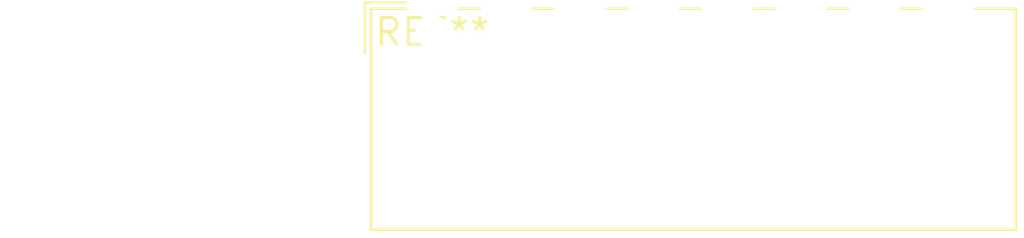
<source format=kicad_pcb>
(kicad_pcb (version 20240108) (generator pcbnew)
  (layers (0 "F.Cu" signal) (31 "B.Cu" signal) (34 "B.Paste" user) (35 "F.Paste" user) (36 "B.SilkS" user "B.Silkscreen") (37 "F.SilkS" user "F.Silkscreen") (38 "B.Mask" user) (39 "F.Mask" user) (44 "Edge.Cuts" user))
  (net 0 "")
  (footprint "Wago_734-168_1x08_P3.50mm_Horizontal" (layer "F.Cu") (at 0 0)
    (property "Reference" "REF**")
    (property "Value" "Wago_734-168_1x08_P3.50mm_Horizontal")
    (fp_line (start -3.21 -1.41) (end -1.26 -1.41) (layer "F.SilkS") (stroke (width 0.12)))
    (fp_line (start -3.21 1) (end -3.21 -1.41) (layer "F.SilkS") (stroke (width 0.12)))
    (fp_line (start -2.91 -1.11) (end -2.91 9.41) (layer "F.SilkS") (stroke (width 0.12)))
    (fp_line (start -2.91 9.41) (end 27.71 9.41) (layer "F.SilkS") (stroke (width 0.12)))
    (fp_line (start -1.26 -1.11) (end -2.91 -1.11) (layer "F.SilkS") (stroke (width 0.12)))
    (fp_line (start 1.26 -1.11) (end 2.24 -1.11) (layer "F.SilkS") (stroke (width 0.12)))
    (fp_line (start 4.76 -1.11) (end 5.74 -1.11) (layer "F.SilkS") (stroke (width 0.12)))
    (fp_line (start 8.26 -1.11) (end 9.24 -1.11) (layer "F.SilkS") (stroke (width 0.12)))
    (fp_line (start 11.76 -1.11) (end 12.74 -1.11) (layer "F.SilkS") (stroke (width 0.12)))
    (fp_line (start 15.26 -1.11) (end 16.24 -1.11) (layer "F.SilkS") (stroke (width 0.12)))
    (fp_line (start 18.76 -1.11) (end 19.74 -1.11) (layer "F.SilkS") (stroke (width 0.12)))
    (fp_line (start 22.26 -1.11) (end 23.24 -1.11) (layer "F.SilkS") (stroke (width 0.12)))
    (fp_line (start 27.71 -1.11) (end 25.76 -1.11) (layer "F.SilkS") (stroke (width 0.12)))
    (fp_line (start 27.71 9.41) (end 27.71 -1.11) (layer "F.SilkS") (stroke (width 0.12)))
    (pad "1" thru_hole roundrect (at 0 0) (size 2 2.6) (drill 1.6) (layers *.Cu *.Mask) (remove_unused_layers) (roundrect_rratio 0.125))
    (pad "2" thru_hole oval (at 3.5 0) (size 2 2.6) (drill 1.6) (layers *.Cu *.Mask) (remove_unused_layers))
    (pad "3" thru_hole oval (at 7 0) (size 2 2.6) (drill 1.6) (layers *.Cu *.Mask) (remove_unused_layers))
    (pad "4" thru_hole oval (at 10.5 0) (size 2 2.6) (drill 1.6) (layers *.Cu *.Mask) (remove_unused_layers))
    (pad "5" thru_hole oval (at 14 0) (size 2 2.6) (drill 1.6) (layers *.Cu *.Mask) (remove_unused_layers))
    (pad "6" thru_hole oval (at 17.5 0) (size 2 2.6) (drill 1.6) (layers *.Cu *.Mask) (remove_unused_layers))
    (pad "7" thru_hole oval (at 21 0) (size 2 2.6) (drill 1.6) (layers *.Cu *.Mask) (remove_unused_layers))
    (pad "8" thru_hole oval (at 24.5 0) (size 2 2.6) (drill 1.6) (layers *.Cu *.Mask) (remove_unused_layers))
  )
)
</source>
